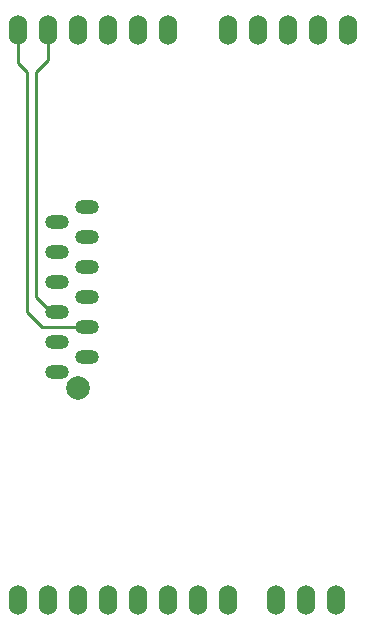
<source format=gbr>
G04 #@! TF.FileFunction,Copper,L2,Bot,Signal*
%FSLAX46Y46*%
G04 Gerber Fmt 4.6, Leading zero omitted, Abs format (unit mm)*
G04 Created by KiCad (PCBNEW 4.0.5) date 02/01/17 23:23:48*
%MOMM*%
%LPD*%
G01*
G04 APERTURE LIST*
%ADD10C,0.100000*%
%ADD11O,1.524000X2.540000*%
%ADD12O,2.000000X1.200000*%
%ADD13C,2.000000*%
%ADD14C,0.250000*%
G04 APERTURE END LIST*
D10*
D11*
X154178000Y-82804000D03*
X156718000Y-82804000D03*
X159258000Y-82804000D03*
X166878000Y-82804000D03*
X164338000Y-82804000D03*
X161798000Y-82804000D03*
X171958000Y-82804000D03*
X174498000Y-82804000D03*
X177038000Y-82804000D03*
X182118000Y-82804000D03*
X154178000Y-131064000D03*
X156718000Y-131064000D03*
X159258000Y-131064000D03*
X161798000Y-131064000D03*
X164338000Y-131064000D03*
X166878000Y-131064000D03*
X169418000Y-131064000D03*
X171958000Y-131064000D03*
X176022000Y-131064000D03*
X178562000Y-131064000D03*
X181102000Y-131064000D03*
X179578000Y-82804000D03*
D12*
X157480000Y-111760000D03*
X160020000Y-110490000D03*
X157480000Y-109220000D03*
X160020000Y-107950000D03*
X157480000Y-106680000D03*
X160020000Y-105410000D03*
X157480000Y-104140000D03*
X160020000Y-102870000D03*
X157480000Y-101600000D03*
X160020000Y-100330000D03*
X157480000Y-99060000D03*
X160020000Y-97790000D03*
D13*
X159280000Y-113110000D03*
D14*
X154178000Y-82804000D02*
X154178000Y-85598000D01*
X156210000Y-107950000D02*
X160020000Y-107950000D01*
X154940000Y-106680000D02*
X156210000Y-107950000D01*
X154940000Y-86360000D02*
X154940000Y-106680000D01*
X154178000Y-85598000D02*
X154940000Y-86360000D01*
X157480000Y-106680000D02*
X156972000Y-106680000D01*
X156972000Y-106680000D02*
X155702000Y-105410000D01*
X155702000Y-105410000D02*
X155702000Y-86360000D01*
X155702000Y-86360000D02*
X156718000Y-85344000D01*
X156718000Y-85344000D02*
X156718000Y-82804000D01*
M02*

</source>
